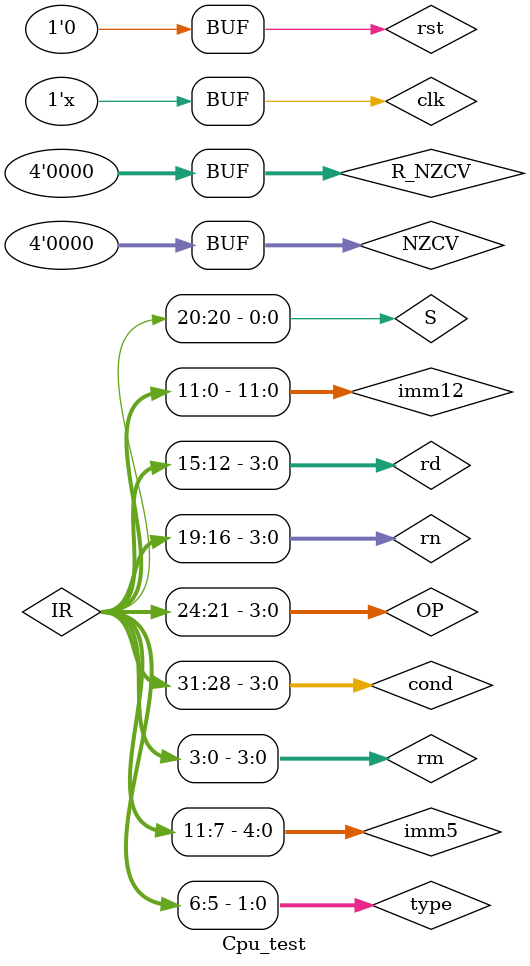
<source format=v>
`timescale 1ns / 1ps


module Cpu_test( 
 );
wire [31:0]IR;
reg [5:0]PC=5'b0;
wire Shift_Carry_Out;
wire [31:0]Shift_Out;
reg clk=0;
reg rst;
wire Write_PC;
wire Write_IR;
wire Write_Reg;
wire LA;
wire LB;
wire LC;
wire LF;
wire S;
reg Safe;
wire rm_imm_s;
wire [2:0]rs_imm_s;
reg [2:0]Shift_OP;
reg [3:0]ALU_OP;
reg [7:0]Shift_num;
reg [31:0]Shift_data;
wire [31:0]R_Data_A;
wire [31:0]R_Data_B;
wire [31:0]R_Data_C;
wire [31:0]W_Data;
reg [31:0]A;
reg [31:0]B;
reg [31:0]C;
wire [31:0]F;
wire [3:0]NZCV;
reg [3:0]R_NZCV=4'b0;
localparam fN=3,fZ=2,fC=1,fV=0;
localparam AND =4'b0000;
localparam EOR =4'b0001;
localparam SUB =4'b0010;
localparam RSD =4'b0011;
localparam ADD =4'b0100;
localparam ADC =4'b0101;
localparam SBC =4'b0110;
localparam RSC =4'b0111;
localparam TST =4'b1000;
localparam TEQ =4'b1001;
localparam CMP =4'b1010;
localparam CMN =4'b1011;
localparam ORR =4'b1100;
localparam MOV =4'b1101;
localparam BIC =4'b1110;
localparam MVN =4'b1111;

wire [31:28]cond;
wire [24:21]OP;
wire [19:16]rn;
wire[15:12]rd;
wire[11:0]imm12;
wire [6:5]type;
wire [11:7]imm5;
wire [3:0]rm;
     dist_mem_gen_0 mem(
 .a(PC),
 .spo(IR)
 );   
     assign NZCV=R_NZCV;
     assign  S=IR[20];
     assign  W_Data=F;
  
       assign cond=IR[31:28];
     assign OP=IR[24:21];
    
     assign rn =IR[19:16];
     assign rd=IR[15:12];
     assign imm12=IR[11:0];
     assign type=IR[6:5];
     assign imm5=IR[11:7];
    assign  rm=IR[3:0];
    
    always@(negedge clk)
     begin
       if(Write_PC)
       PC<=PC+1;
     end
 // È¡Ö¸Áî

always@*
 begin
    case(IR[27:25])
    3'b000:                //DP0»òDP1
    begin
    if(IR[15:12]!=4'b1111)  //rd!=1111
     begin
        case(IR[4])
          0:                  //DP0
             begin               
              Safe<=1;
              Shift_num<=imm5;
              Shift_data<=R_Data_B;
              case(type)
              2'b0:Shift_OP<=3'b000;
              2'b1:Shift_OP<=3'b010;
              2'b10:Shift_OP<=3'b100;
              2'b11:Shift_OP<=3'b110;
              endcase
             end   
          1:
           begin
            if(IR[7]==0)         //DP1
             
                 Safe<=1;
                 Shift_num<=R_Data_B[7:0];
                 Shift_data<=R_Data_B;
                      case(type)
              2'b0:Shift_OP<=3'b001;
              2'b1:Shift_OP<=3'b011;
              2'b10:Shift_OP<=3'b101;
              2'b11:Shift_OP<=3'b111;
              endcase
             end  
            endcase  
        end
     end
    3'b001:
      begin
        Safe<=1;              //DP2
                 Shift_num<={4'h0,imm12[11:8]};
                 Shift_data<={24'h0,imm12[7:0]};
                 Shift_OP<=3'b111;
      end
    default:Safe<=0;
   endcase
 end
 always@*
  begin
   case(OP)
   4'b0000,4'b1000:ALU_OP<=4'b0000;
   4'b0001,4'b1001:ALU_OP<=4'b0001;
   4'b0010,4'b1010:ALU_OP<=4'b0010;
   4'b0011,4'b1011:ALU_OP<=4'b0011;
   4'b0100:ALU_OP<=4'b0100;
   4'b0101:ALU_OP<=4'b0101;
   4'b0110:ALU_OP<=4'b0110;
   4'b0111:ALU_OP<=4'b0111;
   4'b1100:ALU_OP<=4'b1100;
   4'b1101:ALU_OP<=4'b1101;
   4'b1110:ALU_OP<=4'b1110;
    4'b1111:ALU_OP<=4'b1111;
    endcase
  end
 always @*
  begin
   if(OP==2'b10&&S)
    Safe<=1;
    else if(rd==4'd15 &&rn==4'd14 && S==1'b1 &&(OP == MOV||OP==SUB))
    Safe<=1;
  end
 state md1(
 .clk(clk),
 .rst(rst),
 .Write_PC(Write_PC),
 .Write_IR(Write_IR),
 .Write_Reg(Write_Reg),
 .LA(LA),
 .LB(LB),
 .LC(LC),
 .LF(LF),
 .S(S),
 .Safe(Safe),
 .rm_imm_s(rm_imm_s),
 .rs_imm_s(rs_imm_s)
 );
GeneralReg mm1( 
.clk(clk),
.R_Addr_A(rn),
.R_Addr_B(rm),
.R_Addr_C(Shift_num),
.W_Addr(rd),
.W_Data(W_Data),
.Mod(0),
.R_Data_A(R_Data_A),
.R_Data_B(R_Data_B),
.R_Data_C(R_Data_C),
.Write_Reg(Write_Reg)
);
always@*
 begin
       if(LA)
       A<=R_Data_A;
        if(LB)
       B<=R_Data_B;
        if(LC)
       C<=R_Data_C;
       
 end

 BarrelShifter mm2(
 .Shift_Data(Shift_data),
 .Shift_Num(Shift_num),
 .Shift_Op(Shift_OP),
 .W_Shift_Out(Shift_Out),
 .W_Shift_Carry_Out(Shift_Carry_Out),
.CF(NZCV[fC])
 );
 ALU mm3(
 .A(A),
 .B(Shift_Out),
 .ALU_op(ALU_OP),
 .W_F(F),
 .Shift_Carry_Out(Shift_Carry_Out),
 .CF(NZCV[fC]),
 .VF(NZCV[fV]),
 .W_NZCV(NZCV));

  always #1 clk = ~clk; // 1ns == 1000ps
 initial begin

  rst=1;
  #1;
  rst=0;
 end
endmodule

</source>
